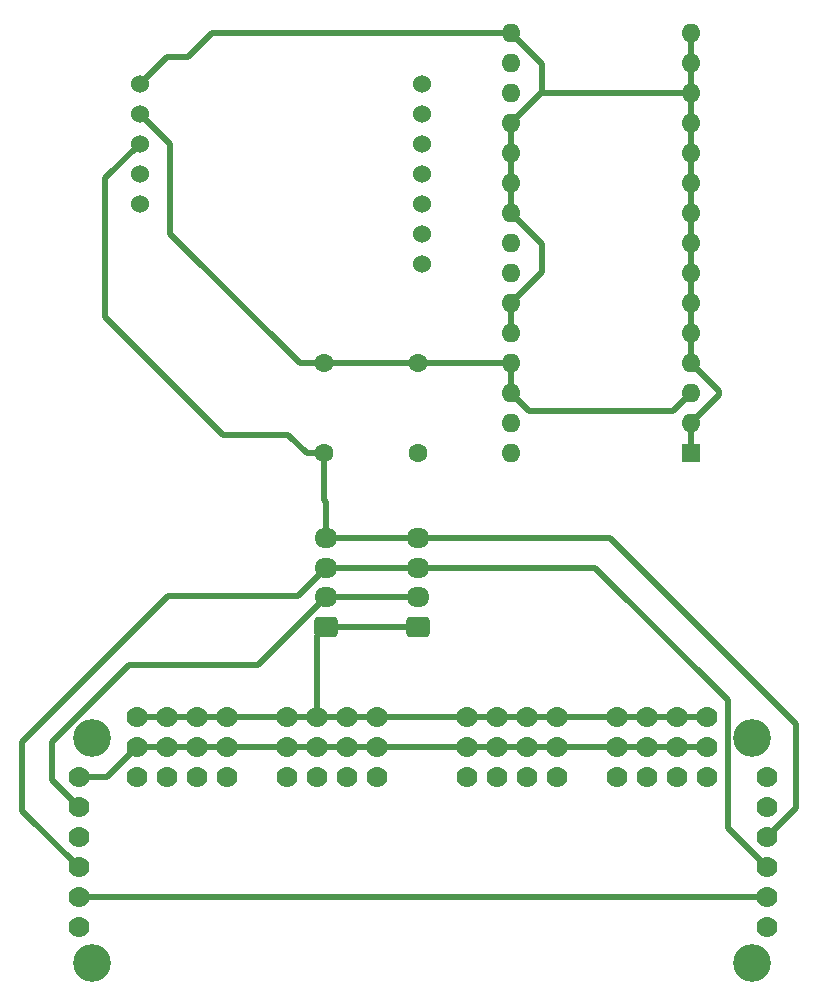
<source format=gbr>
%TF.GenerationSoftware,KiCad,Pcbnew,9.0.7*%
%TF.CreationDate,2026-02-10T08:41:32-05:00*%
%TF.ProjectId,funny-robot,66756e6e-792d-4726-9f62-6f742e6b6963,v1*%
%TF.SameCoordinates,Original*%
%TF.FileFunction,Copper,L2,Bot*%
%TF.FilePolarity,Positive*%
%FSLAX46Y46*%
G04 Gerber Fmt 4.6, Leading zero omitted, Abs format (unit mm)*
G04 Created by KiCad (PCBNEW 9.0.7) date 2026-02-10 08:41:32*
%MOMM*%
%LPD*%
G01*
G04 APERTURE LIST*
G04 Aperture macros list*
%AMRoundRect*
0 Rectangle with rounded corners*
0 $1 Rounding radius*
0 $2 $3 $4 $5 $6 $7 $8 $9 X,Y pos of 4 corners*
0 Add a 4 corners polygon primitive as box body*
4,1,4,$2,$3,$4,$5,$6,$7,$8,$9,$2,$3,0*
0 Add four circle primitives for the rounded corners*
1,1,$1+$1,$2,$3*
1,1,$1+$1,$4,$5*
1,1,$1+$1,$6,$7*
1,1,$1+$1,$8,$9*
0 Add four rect primitives between the rounded corners*
20,1,$1+$1,$2,$3,$4,$5,0*
20,1,$1+$1,$4,$5,$6,$7,0*
20,1,$1+$1,$6,$7,$8,$9,0*
20,1,$1+$1,$8,$9,$2,$3,0*%
G04 Aperture macros list end*
%TA.AperFunction,ComponentPad*%
%ADD10C,1.600000*%
%TD*%
%TA.AperFunction,ComponentPad*%
%ADD11C,1.524000*%
%TD*%
%TA.AperFunction,ComponentPad*%
%ADD12RoundRect,0.250000X0.725000X-0.600000X0.725000X0.600000X-0.725000X0.600000X-0.725000X-0.600000X0*%
%TD*%
%TA.AperFunction,ComponentPad*%
%ADD13O,1.950000X1.700000*%
%TD*%
%TA.AperFunction,ComponentPad*%
%ADD14C,1.778000*%
%TD*%
%TA.AperFunction,ComponentPad*%
%ADD15C,3.200000*%
%TD*%
%TA.AperFunction,ComponentPad*%
%ADD16R,1.600000X1.600000*%
%TD*%
%TA.AperFunction,ComponentPad*%
%ADD17O,1.600000X1.600000*%
%TD*%
%TA.AperFunction,Conductor*%
%ADD18C,0.500000*%
%TD*%
G04 APERTURE END LIST*
D10*
%TO.P,R2,1*%
%TO.N,SCL*%
X146490000Y-88587000D03*
%TO.P,R2,2*%
%TO.N,VBUS*%
X146490000Y-80967000D03*
%TD*%
D11*
%TO.P,U1,1,BAT*%
%TO.N,unconnected-(U1-BAT-Pad1)*%
X146825000Y-57292000D03*
%TO.P,U1,2,GND*%
%TO.N,unconnected-(U1-GND-Pad2)*%
X146825000Y-59832000D03*
%TO.P,U1,3,VCC*%
%TO.N,unconnected-(U1-VCC-Pad3)*%
X146825000Y-62372000D03*
%TO.P,U1,4,SDA*%
%TO.N,unconnected-(U1-SDA-Pad4)*%
X146825000Y-64912000D03*
%TO.P,U1,5,SCL*%
%TO.N,unconnected-(U1-SCL-Pad5)*%
X146825000Y-67452000D03*
%TO.P,U1,6,DS*%
%TO.N,unconnected-(U1-DS-Pad6)*%
X146825000Y-69992000D03*
%TO.P,U1,7,SQ*%
%TO.N,unconnected-(U1-SQ-Pad7)*%
X146825000Y-72532000D03*
%TO.P,U1,8,GND*%
%TO.N,GND*%
X122925000Y-57292000D03*
%TO.P,U1,9,VCC*%
%TO.N,VBUS*%
X122925000Y-59832000D03*
%TO.P,U1,10,SDA*%
%TO.N,SDA*%
X122925000Y-62372000D03*
%TO.P,U1,11,SCL*%
%TO.N,SCL*%
X122925000Y-64912000D03*
%TO.P,U1,12,DS*%
%TO.N,unconnected-(U1-DS-Pad12)*%
X122925000Y-67452000D03*
%TD*%
D12*
%TO.P,J2,1,Pin_1*%
%TO.N,GND*%
X146490000Y-103277000D03*
D13*
%TO.P,J2,2,Pin_2*%
%TO.N,VBUS*%
X146490000Y-100777000D03*
%TO.P,J2,3,Pin_3*%
%TO.N,SCL*%
X146490000Y-98277000D03*
%TO.P,J2,4,Pin_4*%
%TO.N,SDA*%
X146490000Y-95777000D03*
%TD*%
D14*
%TO.P,U2,0,PWM_0*%
%TO.N,unconnected-(U2-PWM_0-Pad0)*%
X170980000Y-116000000D03*
%TO.P,U2,1,PWM_1*%
%TO.N,unconnected-(U2-PWM_1-Pad1)*%
X168440000Y-116000000D03*
%TO.P,U2,2,PWM_2*%
%TO.N,unconnected-(U2-PWM_2-Pad2)*%
X165900000Y-116000000D03*
%TO.P,U2,3,PWM_3*%
%TO.N,unconnected-(U2-PWM_3-Pad3)*%
X163360000Y-116000000D03*
%TO.P,U2,4,PWM_4*%
%TO.N,unconnected-(U2-PWM_4-Pad4)*%
X158280000Y-116000000D03*
%TO.P,U2,5,PWM_5*%
%TO.N,unconnected-(U2-PWM_5-Pad5)*%
X155740000Y-116000000D03*
%TO.P,U2,6,PWM_6*%
%TO.N,unconnected-(U2-PWM_6-Pad6)*%
X153200000Y-116000000D03*
%TO.P,U2,7,PWM_7*%
%TO.N,unconnected-(U2-PWM_7-Pad7)*%
X150660000Y-116000000D03*
%TO.P,U2,8,PWM_8*%
%TO.N,unconnected-(U2-PWM_8-Pad8)*%
X143040000Y-116000000D03*
%TO.P,U2,9,PWM_9*%
%TO.N,unconnected-(U2-PWM_9-Pad9)*%
X140500000Y-116000000D03*
%TO.P,U2,10,PWM_10*%
%TO.N,unconnected-(U2-PWM_10-Pad10)*%
X137960000Y-116000000D03*
%TO.P,U2,11,PWM_11*%
%TO.N,unconnected-(U2-PWM_11-Pad11)*%
X135420000Y-116000000D03*
%TO.P,U2,12,PWM_12*%
%TO.N,unconnected-(U2-PWM_12-Pad12)*%
X130340000Y-116000000D03*
%TO.P,U2,13,PWM_13*%
%TO.N,unconnected-(U2-PWM_13-Pad13)*%
X127800000Y-116000000D03*
%TO.P,U2,14,PWM_14*%
%TO.N,unconnected-(U2-PWM_14-Pad14)*%
X125260000Y-116000000D03*
%TO.P,U2,15,PWM_15*%
%TO.N,unconnected-(U2-PWM_15-Pad15)*%
X122720000Y-116000000D03*
%TO.P,U2,GND_1,GND*%
%TO.N,GND*%
X176060000Y-128700000D03*
%TO.P,U2,GND_2,GND*%
X117767000Y-128700000D03*
%TO.P,U2,GND_3,GND*%
X170980000Y-110920000D03*
%TO.P,U2,GND_4,GND*%
X168440000Y-110920000D03*
%TO.P,U2,GND_5,GND*%
X165900000Y-110920000D03*
%TO.P,U2,GND_6,GND*%
X163360000Y-110920000D03*
%TO.P,U2,GND_7,GND*%
X158280000Y-110920000D03*
%TO.P,U2,GND_8,GND*%
X155740000Y-110920000D03*
%TO.P,U2,GND_9,GND*%
X153200000Y-110920000D03*
%TO.P,U2,GND_10,GND*%
X150660000Y-110920000D03*
%TO.P,U2,GND_11,GND*%
X143040000Y-110920000D03*
%TO.P,U2,GND_12,GND*%
X140500000Y-110920000D03*
%TO.P,U2,GND_13,GND*%
X137960000Y-110920000D03*
%TO.P,U2,GND_14,GND*%
X135420000Y-110920000D03*
%TO.P,U2,GND_15,GND*%
X130340000Y-110920000D03*
%TO.P,U2,GND_16,GND*%
X127800000Y-110920000D03*
%TO.P,U2,GND_17,GND*%
X125260000Y-110920000D03*
%TO.P,U2,GND_18,GND*%
X122720000Y-110920000D03*
%TO.P,U2,OE_1,~{OE}*%
%TO.N,Net-(U2-~{OE}-PadOE_1)*%
X176060000Y-126160000D03*
%TO.P,U2,OE_2,~{OE}*%
X117767000Y-126160000D03*
D15*
%TO.P,U2,S1*%
%TO.N,N/C*%
X174790000Y-131748000D03*
%TO.P,U2,S2*%
X118910000Y-131748000D03*
%TO.P,U2,S3*%
X174790000Y-112698000D03*
%TO.P,U2,S4*%
X118910000Y-112698000D03*
D14*
%TO.P,U2,SCL_1,SCL*%
%TO.N,SCL*%
X176060000Y-123620000D03*
%TO.P,U2,SCL_2,SCL*%
X117767000Y-123620000D03*
%TO.P,U2,SDA_1,SDA*%
%TO.N,SDA*%
X176060000Y-121080000D03*
%TO.P,U2,SDA_2,SDA*%
X117767000Y-121080000D03*
%TO.P,U2,V+_1,V+*%
%TO.N,+5V*%
X176060000Y-116000000D03*
%TO.P,U2,V+_2,V+*%
X117767000Y-116000000D03*
%TO.P,U2,V+_3,V+*%
X170980000Y-113460000D03*
%TO.P,U2,V+_4,V+*%
X168440000Y-113460000D03*
%TO.P,U2,V+_5,V+*%
X165900000Y-113460000D03*
%TO.P,U2,V+_6,V+*%
X163360000Y-113460000D03*
%TO.P,U2,V+_7,V+*%
X158280000Y-113460000D03*
%TO.P,U2,V+_8,V+*%
X155740000Y-113460000D03*
%TO.P,U2,V+_9,V+*%
X153200000Y-113460000D03*
%TO.P,U2,V+_10,V+*%
X150660000Y-113460000D03*
%TO.P,U2,V+_11,V+*%
X143040000Y-113460000D03*
%TO.P,U2,V+_12,V+*%
X140500000Y-113460000D03*
%TO.P,U2,V+_13,V+*%
X137960000Y-113460000D03*
%TO.P,U2,V+_14,V+*%
X135420000Y-113460000D03*
%TO.P,U2,V+_15,V+*%
X130340000Y-113460000D03*
%TO.P,U2,V+_16,V+*%
X127800000Y-113460000D03*
%TO.P,U2,V+_17,V+*%
X125260000Y-113460000D03*
%TO.P,U2,V+_18,V+*%
X122720000Y-113460000D03*
%TO.P,U2,VCC_1,VCC*%
%TO.N,VBUS*%
X176060000Y-118540000D03*
%TO.P,U2,VCC_2,VCC*%
X117767000Y-118540000D03*
%TD*%
D16*
%TO.P,A1,1,D1/TX*%
%TO.N,GND*%
X169610000Y-88550000D03*
D17*
%TO.P,A1,2,D0/RX*%
X169610000Y-86010000D03*
%TO.P,A1,3,~{RESET}*%
%TO.N,VBUS*%
X169610000Y-83470000D03*
%TO.P,A1,4,GND*%
%TO.N,GND*%
X169610000Y-80930000D03*
%TO.P,A1,5,D2*%
X169610000Y-78390000D03*
%TO.P,A1,6,D3*%
X169610000Y-75850000D03*
%TO.P,A1,7,D4*%
X169610000Y-73310000D03*
%TO.P,A1,8,D5*%
X169610000Y-70770000D03*
%TO.P,A1,9,D6*%
X169610000Y-68230000D03*
%TO.P,A1,10,D7*%
X169610000Y-65690000D03*
%TO.P,A1,11,D8*%
X169610000Y-63150000D03*
%TO.P,A1,12,D9*%
X169610000Y-60610000D03*
%TO.P,A1,13,D10*%
X169610000Y-58070000D03*
%TO.P,A1,14,D11*%
X169610000Y-55530000D03*
%TO.P,A1,15,D12*%
X169610000Y-52990000D03*
%TO.P,A1,16,D13*%
X154370000Y-52990000D03*
%TO.P,A1,17,3V3*%
%TO.N,unconnected-(A1-3V3-Pad17)*%
X154370000Y-55530000D03*
%TO.P,A1,18,AREF*%
%TO.N,unconnected-(A1-AREF-Pad18)*%
X154370000Y-58070000D03*
%TO.P,A1,19,A0*%
%TO.N,GND*%
X154370000Y-60610000D03*
%TO.P,A1,20,A1*%
X154370000Y-63150000D03*
%TO.P,A1,21,A2*%
X154370000Y-65690000D03*
%TO.P,A1,22,A3*%
X154370000Y-68230000D03*
%TO.P,A1,23,A4*%
%TO.N,SDA*%
X154370000Y-70770000D03*
%TO.P,A1,24,A5*%
%TO.N,SCL*%
X154370000Y-73310000D03*
%TO.P,A1,25,A6*%
%TO.N,GND*%
X154370000Y-75850000D03*
%TO.P,A1,26,A7*%
X154370000Y-78390000D03*
%TO.P,A1,27,+5V*%
%TO.N,VBUS*%
X154370000Y-80930000D03*
%TO.P,A1,28,~{RESET}*%
X154370000Y-83470000D03*
%TO.P,A1,29,GND*%
%TO.N,GND*%
X154370000Y-86010000D03*
%TO.P,A1,30,VIN*%
%TO.N,unconnected-(A1-VIN-Pad30)*%
X154370000Y-88550000D03*
%TD*%
D12*
%TO.P,J1,1,Pin_1*%
%TO.N,GND*%
X138690000Y-103277000D03*
D13*
%TO.P,J1,2,Pin_2*%
%TO.N,VBUS*%
X138690000Y-100777000D03*
%TO.P,J1,3,Pin_3*%
%TO.N,SCL*%
X138690000Y-98277000D03*
%TO.P,J1,4,Pin_4*%
%TO.N,SDA*%
X138690000Y-95777000D03*
%TD*%
D10*
%TO.P,R1,1*%
%TO.N,SDA*%
X138500000Y-88587000D03*
%TO.P,R1,2*%
%TO.N,VBUS*%
X138500000Y-80967000D03*
%TD*%
D18*
%TO.N,GND*%
X154370000Y-52990000D02*
X157000000Y-55620000D01*
X172000000Y-83620000D02*
X169610000Y-86010000D01*
X157000000Y-55620000D02*
X157000000Y-57980000D01*
X157000000Y-57980000D02*
X154370000Y-60610000D01*
X172000000Y-83320000D02*
X172000000Y-83620000D01*
X125217000Y-55000000D02*
X127000000Y-55000000D01*
X157090000Y-58070000D02*
X169610000Y-58070000D01*
X169610000Y-80930000D02*
X172000000Y-83320000D01*
X157000000Y-70860000D02*
X157000000Y-73220000D01*
X169610000Y-80930000D02*
X169610000Y-52990000D01*
X157000000Y-57980000D02*
X157090000Y-58070000D01*
X137960000Y-104040000D02*
X137960000Y-110920000D01*
X138690000Y-103310000D02*
X137960000Y-104040000D01*
X157000000Y-73220000D02*
X154370000Y-75850000D01*
X170980000Y-110920000D02*
X122720000Y-110920000D01*
X129010000Y-52990000D02*
X154370000Y-52990000D01*
X138690000Y-103277000D02*
X138690000Y-103310000D01*
X127000000Y-55000000D02*
X129010000Y-52990000D01*
X154370000Y-60610000D02*
X154370000Y-68230000D01*
X154370000Y-75850000D02*
X154370000Y-78390000D01*
X146490000Y-103277000D02*
X138690000Y-103277000D01*
X169610000Y-88550000D02*
X169610000Y-86010000D01*
X122925000Y-57292000D02*
X125217000Y-55000000D01*
X154370000Y-68230000D02*
X157000000Y-70860000D01*
%TO.N,VBUS*%
X138500000Y-80967000D02*
X146490000Y-80967000D01*
X146490000Y-80967000D02*
X154333000Y-80967000D01*
X125500000Y-62407000D02*
X122925000Y-59832000D01*
X117767000Y-118540000D02*
X115500000Y-116273000D01*
X136467000Y-80967000D02*
X125500000Y-70000000D01*
X169610000Y-83470000D02*
X168080000Y-85000000D01*
X115500000Y-113000000D02*
X122000000Y-106500000D01*
X125500000Y-70000000D02*
X125500000Y-62407000D01*
X132967000Y-106500000D02*
X138690000Y-100777000D01*
X138690000Y-100777000D02*
X146490000Y-100777000D01*
X138500000Y-80967000D02*
X136467000Y-80967000D01*
X154370000Y-80930000D02*
X154370000Y-83470000D01*
X168080000Y-85000000D02*
X155900000Y-85000000D01*
X138690000Y-100777000D02*
X138690000Y-100810000D01*
X155900000Y-85000000D02*
X154370000Y-83470000D01*
X154333000Y-80967000D02*
X154370000Y-80930000D01*
X122000000Y-106500000D02*
X132967000Y-106500000D01*
X115500000Y-116273000D02*
X115500000Y-113000000D01*
%TO.N,SDA*%
X138690000Y-95777000D02*
X146490000Y-95777000D01*
X122925000Y-62372000D02*
X120000000Y-65297000D01*
X130000000Y-87000000D02*
X135500000Y-87000000D01*
X120000000Y-77000000D02*
X130000000Y-87000000D01*
X135500000Y-87000000D02*
X137087000Y-88587000D01*
X146490000Y-95777000D02*
X162777000Y-95777000D01*
X162777000Y-95777000D02*
X178500000Y-111500000D01*
X120000000Y-65297000D02*
X120000000Y-77000000D01*
X138690000Y-95777000D02*
X138690000Y-92690000D01*
X178500000Y-111500000D02*
X178500000Y-118640000D01*
X178500000Y-118640000D02*
X176060000Y-121080000D01*
X138690000Y-92690000D02*
X138500000Y-92500000D01*
X137087000Y-88587000D02*
X138500000Y-88587000D01*
X138500000Y-92500000D02*
X138500000Y-88587000D01*
%TO.N,SCL*%
X161504523Y-98277000D02*
X172739000Y-109511477D01*
X172739000Y-120299000D02*
X176060000Y-123620000D01*
X146490000Y-98277000D02*
X161504523Y-98277000D01*
X113000000Y-113000000D02*
X113000000Y-118853000D01*
X138690000Y-98277000D02*
X136307000Y-100660000D01*
X146490000Y-98277000D02*
X138690000Y-98277000D01*
X136307000Y-100660000D02*
X125340000Y-100660000D01*
X113000000Y-118853000D02*
X117767000Y-123620000D01*
X125340000Y-100660000D02*
X113000000Y-113000000D01*
X172739000Y-109511477D02*
X172739000Y-120299000D01*
%TO.N,+5V*%
X122720000Y-113460000D02*
X170980000Y-113460000D01*
X120180000Y-116000000D02*
X122720000Y-113460000D01*
X117767000Y-116000000D02*
X120180000Y-116000000D01*
%TO.N,Net-(U2-~{OE}-PadOE_1)*%
X176060000Y-126160000D02*
X117767000Y-126160000D01*
%TD*%
M02*

</source>
